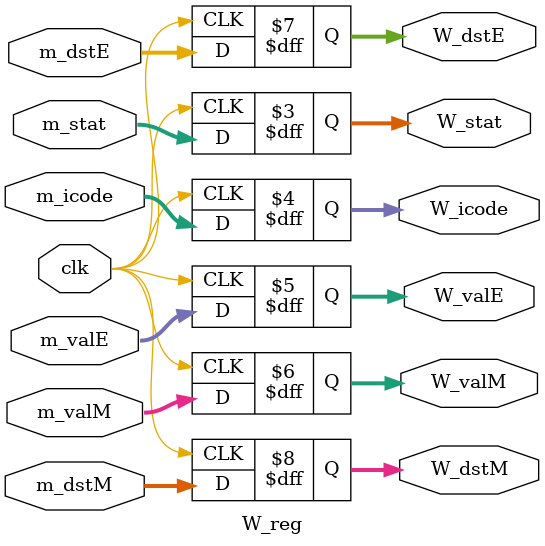
<source format=v>
module W_reg(clk, m_stat, m_icode, m_valE, m_valM, m_dstE, m_dstM, W_stat, W_icode, W_valE, W_valM, W_dstE, W_dstM);

input clk;
input [1:0] m_stat;
input [3:0] m_icode;
input [63:0] m_valE, m_valM;
input [3:0] m_dstE, m_dstM;

// output reg W_bubble;
output reg [1:0] W_stat;
output reg [3:0] W_icode;
output reg [63:0] W_valE, W_valM;
output reg [3:0] W_dstE, W_dstM;

initial begin
    // W_bubble = 1'd0;
    W_icode = 4'd0;
    W_valE = 64'd0;
    W_valM = 64'd0;
    W_dstE = 4'd0;
    W_dstM = 4'd0;
    W_stat = 2'd0;
end

always@(posedge clk)
begin
    // if(W_icode == 4'd0) begin
    //     W_stat = 2'd0;
    // end
    W_stat = m_stat;
    W_icode = m_icode;
    W_valE = m_valE;
    W_valM = m_valM;
    W_dstE = m_dstE;
    W_dstM = m_dstM;
end

endmodule
</source>
